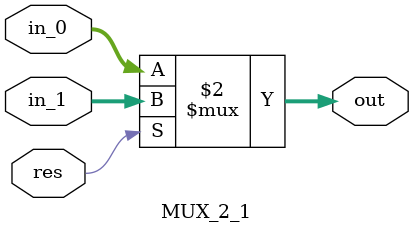
<source format=v>
`timescale 1ns / 1ps



module MUX_2_1( input [31:0] in_0, 
					 input [31:0] in_1,
					 input res,
					 output [31:0] out
    );

assign out = (res==1'b0) ? in_0 : in_1;

endmodule

</source>
